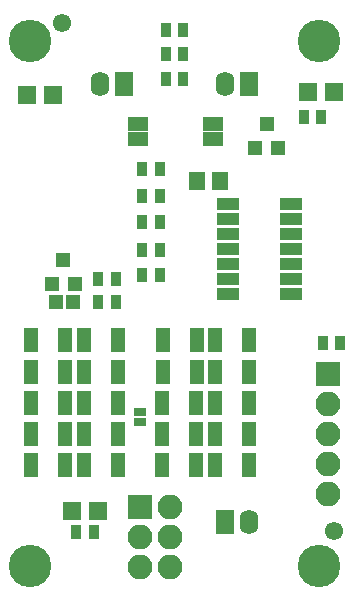
<source format=gbr>
G04 #@! TF.GenerationSoftware,KiCad,Pcbnew,(5.1.5)-3*
G04 #@! TF.CreationDate,2020-07-09T11:52:09+01:00*
G04 #@! TF.ProjectId,v4,76342e6b-6963-4616-945f-706362585858,rev?*
G04 #@! TF.SameCoordinates,Original*
G04 #@! TF.FileFunction,Soldermask,Top*
G04 #@! TF.FilePolarity,Negative*
%FSLAX46Y46*%
G04 Gerber Fmt 4.6, Leading zero omitted, Abs format (unit mm)*
G04 Created by KiCad (PCBNEW (5.1.5)-3) date 2020-07-09 11:52:09*
%MOMM*%
%LPD*%
G04 APERTURE LIST*
%ADD10C,1.552000*%
%ADD11R,1.000000X0.800000*%
%ADD12R,1.200000X1.300000*%
%ADD13R,1.300000X2.100000*%
%ADD14R,1.600000X1.600000*%
%ADD15R,1.400000X1.650000*%
%ADD16R,1.700000X1.200000*%
%ADD17R,1.600000X2.100000*%
%ADD18O,1.600000X2.100000*%
%ADD19R,0.900000X1.300000*%
%ADD20R,1.200000X1.150000*%
%ADD21C,3.600000*%
%ADD22R,2.100000X2.100000*%
%ADD23O,2.100000X2.100000*%
%ADD24R,1.900000X1.000000*%
G04 APERTURE END LIST*
D10*
X107417600Y-49237600D03*
X130417600Y-92237600D03*
D11*
X114017600Y-83037600D03*
X114017600Y-82137600D03*
D12*
X123767600Y-59787600D03*
X125667600Y-59787600D03*
X124717600Y-57787600D03*
D13*
X107667600Y-76087600D03*
X104767600Y-76087600D03*
X112167600Y-76087600D03*
X109267600Y-76087600D03*
X118867600Y-76087600D03*
X115967600Y-76087600D03*
X123267600Y-76087600D03*
X120367600Y-76087600D03*
X107667600Y-84037600D03*
X104767600Y-84037600D03*
X107667600Y-86687600D03*
X104767600Y-86687600D03*
X112167600Y-84037600D03*
X109267600Y-84037600D03*
X112167600Y-86687600D03*
X109267600Y-86687600D03*
X118767600Y-84037600D03*
X115867600Y-84037600D03*
X118767600Y-86687600D03*
X115867600Y-86687600D03*
X123267600Y-84037600D03*
X120367600Y-84037600D03*
X123267600Y-86687600D03*
X120367600Y-86687600D03*
X107667600Y-78737600D03*
X104767600Y-78737600D03*
X107667600Y-81387600D03*
X104767600Y-81387600D03*
X112167600Y-78737600D03*
X109267600Y-78737600D03*
X112167600Y-81387600D03*
X109267600Y-81387600D03*
X118867600Y-78737600D03*
X115967600Y-78737600D03*
X118767600Y-81387600D03*
X115867600Y-81387600D03*
X123267600Y-78737600D03*
X120367600Y-78737600D03*
X123267600Y-81387600D03*
X120367600Y-81387600D03*
D14*
X110442600Y-90512600D03*
X108242600Y-90512600D03*
D15*
X118817600Y-62587600D03*
X120817600Y-62587600D03*
D14*
X106617600Y-55287600D03*
X104417600Y-55287600D03*
D16*
X113867600Y-57747600D03*
X113867600Y-59027600D03*
X120167600Y-59027600D03*
X120167600Y-57747600D03*
D14*
X130417600Y-55087600D03*
X128217600Y-55087600D03*
D17*
X123217600Y-54387600D03*
D18*
X121217600Y-54387600D03*
D19*
X110092600Y-92312600D03*
X108592600Y-92312600D03*
X130967600Y-76287600D03*
X129467600Y-76287600D03*
X114167600Y-68487600D03*
X115667600Y-68487600D03*
X129367600Y-57187600D03*
X127867600Y-57187600D03*
X116167600Y-51887600D03*
X117667600Y-51887600D03*
X116167600Y-49787600D03*
X117667600Y-49787600D03*
X110467600Y-70887600D03*
X111967600Y-70887600D03*
X110467600Y-72887600D03*
X111967600Y-72887600D03*
X116167600Y-53987600D03*
X117667600Y-53987600D03*
X114167600Y-63837600D03*
X115667600Y-63837600D03*
X114167600Y-66087600D03*
X115667600Y-66087600D03*
X114167600Y-70587600D03*
X115667600Y-70587600D03*
X114167600Y-61587600D03*
X115667600Y-61587600D03*
D20*
X108367600Y-72887600D03*
X106867600Y-72887600D03*
D21*
X129167600Y-50737600D03*
X104667600Y-50737600D03*
X104667600Y-95237600D03*
X129167600Y-95237600D03*
D22*
X129917600Y-78987600D03*
D23*
X129917600Y-81527600D03*
X129917600Y-84067600D03*
X129917600Y-86607600D03*
X129917600Y-89147600D03*
D22*
X114017600Y-90237600D03*
D23*
X116557600Y-90237600D03*
X114017600Y-92777600D03*
X116557600Y-92777600D03*
X114017600Y-95317600D03*
X116557600Y-95317600D03*
D17*
X121217600Y-91487600D03*
D18*
X123217600Y-91487600D03*
D24*
X121417600Y-64577600D03*
X121417600Y-65847600D03*
X121417600Y-67117600D03*
X121417600Y-68387600D03*
X121417600Y-69657600D03*
X121417600Y-70927600D03*
X121417600Y-72197600D03*
X126817600Y-72197600D03*
X126817600Y-70927600D03*
X126817600Y-69657600D03*
X126817600Y-68387600D03*
X126817600Y-67117600D03*
X126817600Y-65847600D03*
X126817600Y-64577600D03*
D17*
X112617600Y-54387600D03*
D18*
X110617600Y-54387600D03*
D12*
X106567600Y-71287600D03*
X108467600Y-71287600D03*
X107517600Y-69287600D03*
M02*

</source>
